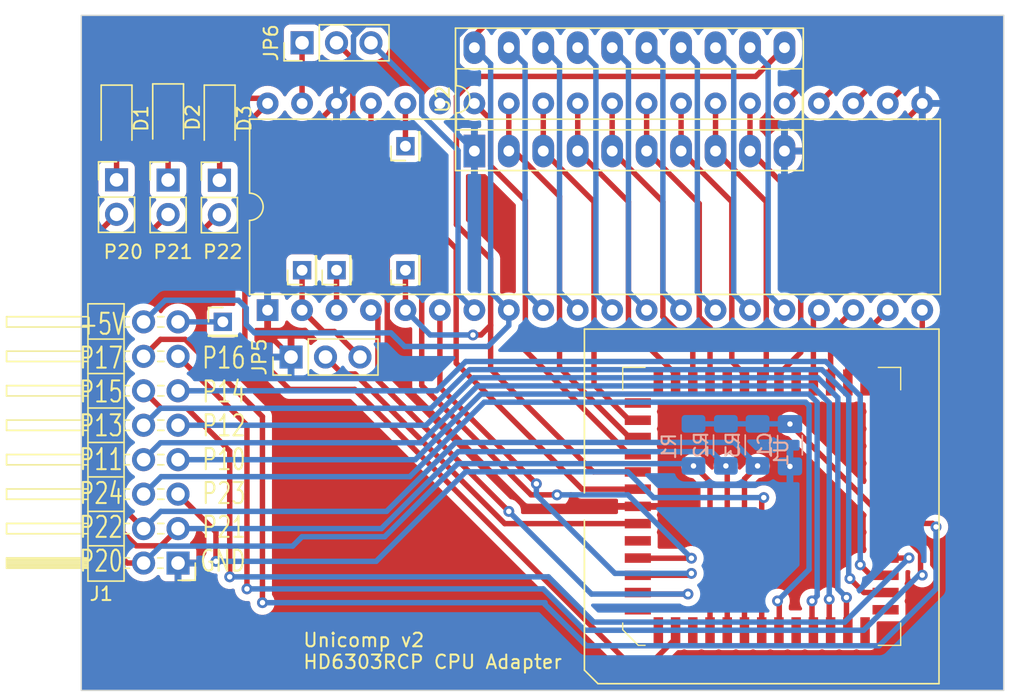
<source format=kicad_pcb>
(kicad_pcb (version 20240108) (generator "pcbnew") (generator_version "8.0")
  (layers (0 "F.Cu" signal) (31 "B.Cu" signal) (34 "B.Paste" user) (35 "F.Paste" user) (36 "B.SilkS" user "B.Silkscreen") (37 "F.SilkS" user "F.Silkscreen") (38 "B.Mask" user) (39 "F.Mask" user) (44 "Edge.Cuts" user))
  (net 0 "")
  (net 1 "+5V")
  (net 2 "GND")
  (net 3 "/P20")
  (net 4 "/P21")
  (net 5 "/P22")
  (net 6 "/~{NMI}")
  (net 7 "/~{IRQ1}")
  (net 8 "/~{RST}")
  (net 9 "/P23")
  (net 10 "/P24")
  (net 11 "/P10")
  (net 12 "/P11")
  (net 13 "/P12")
  (net 14 "/P13")
  (net 15 "/P14")
  (net 16 "/P15")
  (net 17 "/P16")
  (net 18 "/P17")
  (net 19 "/A15")
  (net 20 "/A14")
  (net 21 "/A13")
  (net 22 "/A12")
  (net 23 "/A11")
  (net 24 "/A10")
  (net 25 "/A9")
  (net 26 "/A8")
  (net 27 "/D7")
  (net 28 "/D6")
  (net 29 "/D5")
  (net 30 "/D4")
  (net 31 "/D3")
  (net 32 "/D2")
  (net 33 "/D1")
  (net 34 "/D0")
  (net 35 "/R{slash}~{W}")
  (net 36 "/AS")
  (net 37 "/A0")
  (net 38 "/A1")
  (net 39 "/A2")
  (net 40 "/A3")
  (net 41 "/A4")
  (net 42 "/A5")
  (net 43 "/A6")
  (net 44 "/A7")
  (net 45 "/PHI2")
  (net 46 "/CPUCLK")
  (net 47 "+5C")
  (net 48 "Net-(J1-Pin_15)")
  (net 49 "Net-(D1-A)")
  (net 50 "Net-(D2-A)")
  (net 51 "Net-(D3-A)")
  (net 52 "Net-(J3-Pin_1)")
  (net 53 "Net-(J4-Pin_1)")
  (net 54 "/~{HALT}")
  (net 55 "Net-(JP5-C)")
  (net 56 "Net-(JP6-C)")
  (net 57 "/BA")
  (footprint "Connector_PinHeader_2.54mm:PinHeader_2x08_P2.54mm_Horizontal" (layer "F.Cu") (at 167.132 71.374 180)
    (property "Reference" "J1")
    (property "Value" "Conn_02x08_Odd_Even" (hide yes))
  )
  (footprint "Connector_PinHeader_2.54mm:PinHeader_1x02_P2.54mm_Vertical" (layer "F.Cu") (at 170.18 43.154)
    (property "Reference" "JP3" (hide yes))
    (property "Value" "Mode")
  )
  (footprint "Connector_PinHeader_2.54mm:PinHeader_1x02_P2.54mm_Vertical" (layer "F.Cu") (at 162.6 43.125)
    (property "Reference" "JP1" (hide yes))
    (property "Value" "Mode")
  )
  (footprint "Connector_PinHeader_2.54mm:PinHeader_1x03_P2.54mm_Vertical" (layer "F.Cu") (at 175.4632 56.1848 90)
    (property "Reference" "JP5")
    (property "Value" "HALT/XTAL")
  )
  (footprint "Connector_PinHeader_2.00mm:PinHeader_1x01_P2.00mm_Vertical" (layer "F.Cu") (at 183.896 40.64 90)
    (property "Reference" "J4" (hide yes))
    (property "Value" ".")
  )
  (footprint "Package_DIP:DIP-40_W15.24mm" (layer "F.Cu") (at 173.736 52.7304 90)
    (property "Reference" "U3" (hide yes))
    (property "Value" "MC6802")
  )
  (footprint "Connector_PinHeader_2.54mm:PinHeader_1x02_P2.54mm_Vertical" (layer "F.Cu") (at 166.4 43.139)
    (property "Reference" "JP2" (hide yes))
    (property "Value" "Mode")
  )
  (footprint "Connector_PinHeader_2.00mm:PinHeader_1x01_P2.00mm_Vertical" (layer "F.Cu") (at 170.434 53.594)
    (property "Reference" "J2" (hide yes))
    (property "Value" ".")
  )
  (footprint "Connector_PinHeader_2.00mm:PinHeader_1x01_P2.00mm_Vertical" (layer "F.Cu") (at 176.276 49.784 90)
    (property "Reference" "J5" (hide yes))
    (property "Value" ".")
  )
  (footprint "Connector_PinHeader_2.00mm:PinHeader_1x01_P2.00mm_Vertical" (layer "F.Cu") (at 183.896 49.784 90)
    (property "Reference" "J6" (hide yes))
    (property "Value" ".")
  )
  (footprint "Diode_SMD:D_1206_3216Metric_Pad1.42x1.75mm_HandSolder" (layer "F.Cu") (at 166.4 38.5125 -90)
    (property "Reference" "D2")
    (property "Value" "1N4148")
  )
  (footprint "Connector_PinHeader_2.54mm:PinHeader_1x03_P2.54mm_Vertical" (layer "F.Cu") (at 176.276 33.02 90)
    (property "Reference" "JP6")
    (property "Value" "BA/EXTAL")
  )
  (footprint "Diode_SMD:D_1206_3216Metric_Pad1.42x1.75mm_HandSolder" (layer "F.Cu") (at 170.2 38.6 -90)
    (property "Reference" "D3")
    (property "Value" "1N4148")
  )
  (footprint "Package_DIP:DIP-20_W7.62mm_Socket_LongPads" (layer "F.Cu") (at 188.976 41 90)
    (property "Reference" "U2")
    (property "Value" "74LS573")
  )
  (footprint "Diode_SMD:D_1206_3216Metric_Pad1.42x1.75mm_HandSolder" (layer "F.Cu") (at 162.6 38.6 -90)
    (property "Reference" "D1")
    (property "Value" "1N4148")
  )
  (footprint "Connector_PinHeader_2.00mm:PinHeader_1x01_P2.00mm_Vertical" (layer "F.Cu") (at 178.816 49.784 90)
    (property "Reference" "J3" (hide yes))
    (property "Value" ".")
  )
  (footprint "Package_LCC:PLCC-52_SMD-Socket" (layer "F.Cu") (at 210.1596 67.1969 90)
    (property "Reference" "U1")
    (property "Value" "HD6303RCP")
  )
  (footprint "Capacitor_SMD:C_1206_3216Metric_Pad1.33x1.80mm_HandSolder" (layer "B.Cu") (at 212.2424 62.6872 -90)
    (property "Reference" "C1")
    (property "Value" "100n")
  )
  (footprint "Resistor_SMD:R_1206_3216Metric_Pad1.30x1.75mm_HandSolder" (layer "B.Cu") (at 209.8548 62.6612 -90)
    (property "Reference" "R3")
    (property "Value" "22k")
  )
  (footprint "Resistor_SMD:R_1206_3216Metric_Pad1.30x1.75mm_HandSolder" (layer "B.Cu") (at 205.1304 62.662 -90)
    (property "Reference" "R1")
    (property "Value" "22k")
  )
  (footprint "Resistor_SMD:R_1206_3216Metric_Pad1.30x1.75mm_HandSolder" (layer "B.Cu") (at 207.518 62.6612 -90)
    (property "Reference" "R2")
    (property "Value" "22k")
  )
  (gr_rect (start 160 31) (end 228 80.762) (stroke (width 0.1)) (fill none) (layer "Edge.Cuts"))
  (gr_text "P16\nP14\nP12\nP10\nP23\nP21\nGND" (at 172.212 72.136 0) (layer "F.SilkS") (effects (font (size 1.55 1.1)) (justify right bottom)))
  (gr_text "P20 P21 P22" (at 161.544 49.022 0) (layer "F.SilkS") (effects (font (size 1 1)) (justify left bottom)))
  (gr_text "Unicomp v2\nHD6303RCP CPU Adapter" (at 176.276 79.248 0) (layer "F.SilkS") (effects (font (size 1 1)) (justify left bottom)))
  (gr_text "+5V\nP17\nP15\nP13\nP11\nP24\nP22\nP20" (at 159.766 72.136 0) (layer "F.SilkS") (effects (font (size 1.55 1.1)) (justify left bottom)))
  (segment (start 219.2921 67.1969) (end 218.314626 67.1969) (width 0.4) (layer "F.Cu") (net 1))
  (segment (start 226.06 35.052) (end 222.788 31.78) (width 0.4) (layer "F.Cu") (net 1))
  (segment (start 219.2921 67.1969) (end 221.3471 67.1969) (width 0.4) (layer "F.Cu") (net 1))
  (segment (start 188.976 32.512) (end 188.976 33.38) (width 0.4) (layer "F.Cu") (net 1))
  (segment (start 218.314626 67.1969) (end 212.242426 61.1247) (width 0.4) (layer "F.Cu") (net 1))
  (segment (start 221.3471 67.1969) (end 226.06 62.484) (width 0.4) (layer "F.Cu") (net 1))
  (segment (start 222.788 31.78) (end 189.708 31.78) (width 0.4) (layer "F.Cu") (net 1))
  (segment (start 189.708 31.78) (end 188.976 32.512) (width 0.4) (layer "F.Cu") (net 1))
  (segment (start 226.06 62.484) (end 226.06 35.052) (width 0.4) (layer "F.Cu") (net 1))
  (via (at 212.242426 61.1247) (size 0.8) (drill 0.4) (layers "F.Cu" "B.Cu") (net 1))
  (segment (start 172.1612 53.7972) (end 172.7708 54.4068) (width 0.4) (layer "B.Cu") (net 1))
  (segment (start 190.176 34.58) (end 188.976 33.38) (width 0.4) (layer "B.Cu") (net 1))
  (segment (start 189.96857 55.4092) (end 191.516 53.86177) (width 0.4) (layer "B.Cu") (net 1))
  (segment (start 191.516 53.86177) (end 191.516 52.7304) (width 0.4) (layer "B.Cu") (net 1))
  (segment (start 205.1304 61.112) (end 212.229726 61.112) (width 0.4) (layer "B.Cu") (net 1))
  (segment (start 172.7708 54.4068) (end 182.8292 54.4068) (width 0.4) (layer "B.Cu") (net 1))
  (segment (start 172.1612 52.578) (end 172.1612 53.7972) (width 0.4) (layer "B.Cu") (net 1))
  (segment (start 183.8316 55.4092) (end 189.96857 55.4092) (width 0.4) (layer "B.Cu") (net 1))
  (segment (start 171.5832 52) (end 172.1612 52.578) (width 0.4) (layer "B.Cu") (net 1))
  (segment (start 190.176 51.3904) (end 190.176 34.58) (width 0.4) (layer "B.Cu") (net 1))
  (segment (start 212.229726 61.112) (end 212.242426 61.1247) (width 0.4) (layer "B.Cu") (net 1))
  (segment (start 182.8292 54.4068) (end 183.8316 55.4092) (width 0.4) (layer "B.Cu") (net 1))
  (segment (start 164.592 53.594) (end 166.186 52) (width 0.4) (layer "B.Cu") (net 1))
  (segment (start 166.186 52) (end 171.5832 52) (width 0.4) (layer "B.Cu") (net 1))
  (segment (start 190.176 51.3904) (end 191.516 52.7304) (width 0.4) (layer "B.Cu") (net 1))
  (segment (start 175.2092 41.0972) (end 173.9392 42.3672) (width 0.4) (layer "F.Cu") (net 2))
  (segment (start 178.816 37.4904) (end 175.2092 41.0972) (width 0.4) (layer "F.Cu") (net 2))
  (segment (start 202.6019 67.1969) (end 203.6064 66.1924) (width 0.4) (layer "F.Cu") (net 2))
  (segment (start 211.836 41) (end 218.4864 41) (width 0.4) (layer "F.Cu") (net 2))
  (segment (start 192.6729 67.1969) (end 182.556 57.08) (width 0.4) (layer "F.Cu") (net 2))
  (segment (start 210.6291 62.6364) (end 212.2424 64.2497) (width 0.4) (layer "F.Cu") (net 2))
  (segment (start 203.6064 63.246) (end 204.216 62.6364) (width 0.4) (layer "F.Cu") (net 2))
  (segment (start 201.0271 67.1969) (end 202.6019 67.1969) (width 0.4) (layer "F.Cu") (net 2))
  (segment (start 204.216 62.6364) (end 210.6291 62.6364) (width 0.4) (layer "F.Cu") (net 2))
  (segment (start 203.6064 66.1924) (end 203.6064 63.246) (width 0.4) (layer "F.Cu") (net 2))
  (segment (start 182.556 57.08) (end 182.556 48.444) (width 0.4) (layer "F.Cu") (net 2))
  (segment (start 182.556 48.444) (end 175.2092 41.0972) (width 0.4) (layer "F.Cu") (net 2))
  (segment (start 173.736 42.5704) (end 173.736 52.7304) (width 0.4) (layer "F.Cu") (net 2))
  (segment (start 173.9392 42.3672) (end 173.736 42.5704) (width 0.4) (layer "F.Cu") (net 2))
  (segment (start 218.4864 41) (end 221.996 37.4904) (width 0.4) (layer "F.Cu") (net 2))
  (segment (start 173.736 52.7304) (end 173.736 54.4576) (width 0.4) (layer "F.Cu") (net 2))
  (segment (start 201.0271 67.1969) (end 192.6729 67.1969) (width 0.4) (layer "F.Cu") (net 2))
  (segment (start 173.736 54.4576) (end 175.4632 56.1848) (width 0.4) (layer "F.Cu") (net 2))
  (via (at 212.2424 64.2497) (size 0.8) (drill 0.4) (layers "F.Cu" "B.Cu") (net 2))
  (segment (start 217.9828 31.6992) (end 221.996 35.7124) (width 0.4) (layer "B.Cu") (net 2))
  (segment (start 180.066 32.542233) (end 180.066 36.2404) (width 0.4) (layer "B.Cu") (net 2))
  (segment (start 180.066 36.2404) (end 178.816 37.4904) (width 0.4) (layer "B.Cu") (net 2))
  (segment (start 180.909033 31.6992) (end 180.066 32.542233) (width 0.4) (layer "B.Cu") (net 2))
  (segment (start 188.559744 31.6992) (end 217.9828 31.6992) (width 0.4) (layer "B.Cu") (net 2))
  (segment (start 188.976 41) (end 187.706 39.73) (width 0.4) (layer "B.Cu") (net 2))
  (segment (start 188.559744 31.6992) (end 180.909033 31.6992) (width 0.4) (layer "B.Cu") (net 2))
  (segment (start 187.706 39.73) (end 187.706 32.552944) (width 0.4) (layer "B.Cu") (net 2))
  (segment (start 221.996 35.7124) (end 221.996 37.4904) (width 0.4) (layer "B.Cu") (net 2))
  (segment (start 187.706 32.552944) (end 188.559744 31.6992) (width 0.4) (layer "B.Cu") (net 2))
  (segment (start 206.3496 76.3294) (end 206.3496 65.3796) (width 0.4) (layer "F.Cu") (net 3))
  (segment (start 162.6 45.665) (end 161.614 46.651) (width 0.4) (layer "F.Cu") (net 3))
  (segment (start 161.614 46.651) (end 161.614 69.598081) (width 0.4) (layer "F.Cu") (net 3))
  (segment (start 161.614 69.598081) (end 163.389919 71.374) (width 0.4) (layer "F.Cu") (net 3))
  (segment (start 163.389919 71.374) (end 164.592 71.374) (width 0.4) (layer "F.Cu") (net 3))
  (segment (start 206.3496 65.3796) (end 205.182 64.212) (width 0.4) (layer "F.Cu") (net 3))
  (segment (start 205.182 64.212) (end 205.1304 64.212) (width 0.4) (layer "F.Cu") (net 3))
  (via (at 205.1304 64.212) (size 0.8) (drill 0.4) (layers "F.Cu" "B.Cu") (net 3))
  (segment (start 204.9653 64.0469) (end 205.1304 64.212) (width 0.4) (layer "B.Cu") (net 3))
  (segment (start 187.753628 64.0469) (end 204.9653 64.0469) (width 0.4) (layer "B.Cu") (net 3))
  (segment (start 182.366528 69.434) (end 187.753628 64.0469) (width 0.4) (layer "B.Cu") (net 3))
  (segment (start 176.270528 69.434) (end 182.366528 69.434) (width 0.4) (layer "B.Cu") (net 3))
  (segment (start 164.592 71.374) (end 165.842 70.124) (width 0.4) (layer "B.Cu") (net 3))
  (segment (start 165.842 70.124) (end 175.580528 70.124) (width 0.4) (layer "B.Cu") (net 3))
  (segment (start 175.580528 70.124) (end 176.270528 69.434) (width 0.4) (layer "B.Cu") (net 3))
  (segment (start 163.044616 69.094383) (end 164.054233 70.104) (width 0.4) (layer "F.Cu") (net 4))
  (segment (start 164.054233 70.104) (end 165.862 70.104) (width 0.4) (layer "F.Cu") (net 4))
  (segment (start 166.4 45.679) (end 162.214 49.865) (width 0.4) (layer "F.Cu") (net 4))
  (segment (start 207.6196 76.3294) (end 207.6196 64.3128) (width 0.4) (layer "F.Cu") (net 4))
  (segment (start 162.214 67.304528) (end 163.044616 68.135144) (width 0.4) (layer "F.Cu") (net 4))
  (segment (start 163.044616 68.135144) (end 163.044616 69.094383) (width 0.4) (layer "F.Cu") (net 4))
  (segment (start 162.214 49.865) (end 162.214 67.304528) (width 0.4) (layer "F.Cu") (net 4))
  (segment (start 165.862 70.104) (end 167.132 68.834) (width 0.4) (layer "F.Cu") (net 4))
  (segment (start 207.6196 64.3128) (end 207.518 64.2112) (width 0.4) (layer "F.Cu") (net 4))
  (via (at 207.518 64.2112) (size 0.8) (drill 0.4) (layers "F.Cu" "B.Cu") (net 4))
  (segment (start 206.4688 63.162) (end 207.518 64.2112) (width 0.4) (layer "B.Cu") (net 4))
  (segment (start 182.118 68.834) (end 187.79 63.162) (width 0.4) (layer "B.Cu") (net 4))
  (segment (start 167.132 68.834) (end 182.118 68.834) (width 0.4) (layer "B.Cu") (net 4))
  (segment (start 187.79 63.162) (end 206.4688 63.162) (width 0.4) (layer "B.Cu") (net 4))
  (segment (start 162.814 52.986) (end 170.106 45.694) (width 0.4) (layer "F.Cu") (net 5))
  (segment (start 208.8896 65.1764) (end 209.8548 64.2112) (width 0.4) (layer "F.Cu") (net 5))
  (segment (start 162.814 67.056) (end 162.814 52.986) (width 0.4) (layer "F.Cu") (net 5))
  (segment (start 208.8896 76.3294) (end 208.8896 65.1764) (width 0.4) (layer "F.Cu") (net 5))
  (segment (start 164.592 68.834) (end 162.814 67.056) (width 0.4) (layer "F.Cu") (net 5))
  (via (at 209.8548 64.2112) (size 0.8) (drill 0.4) (layers "F.Cu" "B.Cu") (net 5))
  (segment (start 164.592 68.834) (end 165.862 67.564) (width 0.4) (layer "B.Cu") (net 5))
  (segment (start 208.1276 62.484) (end 209.8548 64.2112) (width 0.4) (layer "B.Cu") (net 5))
  (segment (start 182.504584 67.564) (end 187.584584 62.484) (width 0.4) (layer "B.Cu") (net 5))
  (segment (start 165.862 67.564) (end 182.504584 67.564) (width 0.4) (layer "B.Cu") (net 5))
  (segment (start 187.584584 62.484) (end 208.1276 62.484) (width 0.4) (layer "B.Cu") (net 5))
  (segment (start 186.436 52.7304) (end 186.436 58.42) (width 0.4) (layer "F.Cu") (net 6))
  (segment (start 204.8371 72.2769) (end 201.0271 72.2769) (width 0.4) (layer "F.Cu") (net 6))
  (segment (start 186.436 58.42) (end 193.548 65.532) (width 0.4) (layer "F.Cu") (net 6))
  (segment (start 204.978 72.136) (end 204.8371 72.2769) (width 0.4) (layer "F.Cu") (net 6))
  (via (at 193.548 65.532) (size 0.8) (drill 0.4) (layers "F.Cu" "B.Cu") (net 6))
  (via (at 204.978 72.136) (size 0.8) (drill 0.4) (layers "F.Cu" "B.Cu") (net 6))
  (segment (start 199.3392 72.136) (end 193.548 66.3448) (width 0.4) (layer "B.Cu") (net 6))
  (segment (start 193.548 66.3448) (end 193.548 65.532) (width 0.4) (layer "B.Cu") (net 6))
  (segment (start 204.978 72.136) (end 199.3392 72.136) (width 0.4) (layer "B.Cu") (net 6))
  (segment (start 204.724 73.66) (end 201.1402 73.66) (width 0.4) (layer "F.Cu") (net 7))
  (segment (start 181.356 52.7304) (end 181.864 53.2384) (width 0.4) (layer "F.Cu") (net 7))
  (segment (start 201.1402 73.66) (end 201.0271 73.5469) (width 0.4) (layer "F.Cu") (net 7))
  (segment (start 181.864 57.912) (end 191.516 67.564) (width 0.4) (layer "F.Cu") (net 7))
  (segment (start 181.864 53.2384) (end 181.864 57.912) (width 0.4) (layer "F.Cu") (net 7))
  (via (at 191.516 67.564) (size 0.8) (drill 0.4) (layers "F.Cu" "B.Cu") (net 7))
  (via (at 204.724 73.66) (size 0.8) (drill 0.4) (layers "F.Cu" "B.Cu") (net 7))
  (segment (start 204.724 73.66) (end 197.612 73.66) (width 0.4) (layer "B.Cu") (net 7))
  (segment (start 197.612 73.66) (end 191.516 67.564) (width 0.4) (layer "B.Cu") (net 7))
  (segment (start 202.2515 78.5) (end 203.8096 76.9419) (width 0.4) (layer "F.Cu") (net 8))
  (segment (start 172.0596 39.1668) (end 172.0596 55.2812) (width 0.4) (layer "F.Cu") (net 8))
  (segment (start 170.2 37.1125) (end 173.3581 37.1125) (width 0.4) (layer "F.Cu") (net 8))
  (segment (start 175.3508 58.5724) (end 180.151872 58.5724) (width 0.4) (layer "F.Cu") (net 8))
  (segment (start 200.079472 78.5) (end 202.2515 78.5) (width 0.4) (layer "F.Cu") (net 8))
  (segment (start 173.736 37.4904) (end 172.0596 39.1668) (width 0.4) (layer "F.Cu") (net 8))
  (segment (start 162.6 37.1125) (end 170.2 37.1125) (width 0.4) (layer "F.Cu") (net 8))
  (segment (start 203.8096 76.9419) (end 203.8096 76.3294) (width 0.4) (layer "F.Cu") (net 8))
  (segment (start 180.151872 58.5724) (end 200.079472 78.5) (width 0.4) (layer "F.Cu") (net 8))
  (segment (start 172.0596 55.2812) (end 175.3508 58.5724) (width 0.4) (layer "F.Cu") (net 8))
  (segment (start 167.132 66.294) (end 169.926 69.088) (width 0.4) (layer "F.Cu") (net 9))
  (segment (start 210.1596 76.3294) (end 210.1596 66.7004) (width 0.4) (layer "F.Cu") (net 9))
  (segment (start 210.1596 66.7004) (end 210.312 66.548) (width 0.4) (layer "F.Cu") (net 9))
  (segment (start 169.926 69.088) (end 169.926 71.247) (width 0.4) (layer "F.Cu") (net 9))
  (via (at 210.312 66.548) (size 0.8) (drill 0.4) (layers "F.Cu" "B.Cu") (net 9))
  (via (at 169.926 71.247) (size 0.8) (drill 0.4) (layers "F.Cu" "B.Cu") (net 9))
  (segment (start 188.3371 64.6469) (end 186.680695 66.303305) (width 0.4) (layer "B.Cu") (net 9))
  (segment (start 200.2829 64.6469) (end 188.3371 64.6469) (width 0.4) (layer "B.Cu") (net 9))
  (segment (start 210.312 66.548) (end 202.184 66.548) (width 0.4) (layer "B.Cu") (net 9))
  (segment (start 202.184 66.548) (end 200.2829 64.6469) (width 0.4) (layer "B.Cu") (net 9))
  (segment (start 181.737 71.247) (end 186.680695 66.303305) (width 0.4) (layer "B.Cu") (net 9))
  (segment (start 169.926 71.247) (end 181.737 71.247) (width 0.4) (layer "B.Cu") (net 9))
  (segment (start 211.328 74.168) (end 211.455 74.295) (width 0.4) (layer "F.Cu") (net 10))
  (segment (start 211.455 74.295) (end 211.455 76.304) (width 0.4) (layer "F.Cu") (net 10))
  (segment (start 211.455 76.304) (end 211.4296 76.3294) (width 0.4) (layer "F.Cu") (net 10))
  (via (at 211.328 74.168) (size 0.8) (drill 0.4) (layers "F.Cu" "B.Cu") (net 10))
  (segment (start 213.649 59.771056) (end 213.649 71.847) (width 0.4) (layer "B.Cu") (net 10))
  (segment (start 213.392944 59.515) (end 213.649 59.771056) (width 0.4) (layer "B.Cu") (net 10))
  (segment (start 213.649 71.847) (end 211.328 74.168) (width 0.4) (layer "B.Cu") (net 10))
  (segment (start 189.705056 59.515) (end 213.392944 59.515) (width 0.4) (layer "B.Cu") (net 10))
  (segment (start 165.882 65.004) (end 184.216056 65.004) (width 0.4) (layer "B.Cu") (net 10))
  (segment (start 164.592 66.294) (end 165.882 65.004) (width 0.4) (layer "B.Cu") (net 10))
  (segment (start 184.216056 65.004) (end 189.705056 59.515) (width 0.4) (layer "B.Cu") (net 10))
  (segment (start 213.868 76.2278) (end 213.9696 76.3294) (width 0.4) (layer "F.Cu") (net 11))
  (segment (start 213.868 74.168) (end 213.868 76.2278) (width 0.4) (layer "F.Cu") (net 11))
  (via (at 213.868 74.168) (size 0.8) (drill 0.4) (layers "F.Cu" "B.Cu") (net 11))
  (segment (start 213.641472 58.915) (end 214.249 59.522528) (width 0.4) (layer "B.Cu") (net 11))
  (segment (start 214.249 73.787) (end 213.868 74.168) (width 0.4) (layer "B.Cu") (net 11))
  (segment (start 167.132 63.754) (end 184.617528 63.754) (width 0.4) (layer "B.Cu") (net 11))
  (segment (start 189.456528 58.915) (end 213.641472 58.915) (width 0.4) (layer "B.Cu") (net 11))
  (segment (start 184.617528 63.754) (end 189.456528 58.915) (width 0.4) (layer "B.Cu") (net 11))
  (segment (start 214.249 59.522528) (end 214.249 73.787) (width 0.4) (layer "B.Cu") (net 11))
  (segment (start 215.138 74.041) (end 215.138 76.2278) (width 0.4) (layer "F.Cu") (net 12))
  (segment (start 215.138 76.2278) (end 215.2396 76.3294) (width 0.4) (layer "F.Cu") (net 12))
  (via (at 215.138 74.041) (size 0.8) (drill 0.4) (layers "F.Cu" "B.Cu") (net 12))
  (segment (start 164.592 63.754) (end 165.842 62.504) (width 0.4) (layer "B.Cu") (net 12))
  (segment (start 213.89 58.315) (end 215.138 59.563) (width 0.4) (layer "B.Cu") (net 12))
  (segment (start 185.019 62.504) (end 189.208 58.315) (width 0.4) (layer "B.Cu") (net 12))
  (segment (start 215.138 59.563) (end 215.138 74.041) (width 0.4) (layer "B.Cu") (net 12))
  (segment (start 189.208 58.315) (end 213.89 58.315) (width 0.4) (layer "B.Cu") (net 12))
  (segment (start 165.842 62.504) (end 185.019 62.504) (width 0.4) (layer "B.Cu") (net 12))
  (segment (start 216.408 76.2278) (end 216.5096 76.3294) (width 0.4) (layer "F.Cu") (net 13))
  (segment (start 216.408 73.914) (end 216.408 76.2278) (width 0.4) (layer "F.Cu") (net 13))
  (via (at 216.408 73.914) (size 0.8) (drill 0.4) (layers "F.Cu" "B.Cu") (net 13))
  (segment (start 215.773 73.279) (end 216.408 73.914) (width 0.4) (layer "B.Cu") (net 13))
  (segment (start 185.42 61.214) (end 188.919 57.715) (width 0.4) (layer "B.Cu") (net 13))
  (segment (start 214.306 57.715) (end 215.773 59.182) (width 0.4) (layer "B.Cu") (net 13))
  (segment (start 215.773 59.182) (end 215.773 73.279) (width 0.4) (layer "B.Cu") (net 13))
  (segment (start 167.132 61.214) (end 185.42 61.214) (width 0.4) (layer "B.Cu") (net 13))
  (segment (start 188.919 57.715) (end 214.306 57.715) (width 0.4) (layer "B.Cu") (net 13))
  (segment (start 216.662 72.517) (end 217.6919 73.5469) (width 0.4) (layer "F.Cu") (net 14))
  (segment (start 217.6919 73.5469) (end 219.2921 73.5469) (width 0.4) (layer "F.Cu") (net 14))
  (via (at 216.662 72.517) (size 0.8) (drill 0.4) (layers "F.Cu" "B.Cu") (net 14))
  (segment (start 216.574 59.094) (end 216.574 72.429) (width 0.4) (layer "B.Cu") (net 14))
  (segment (start 216.574 72.429) (end 216.662 72.517) (width 0.4) (layer "B.Cu") (net 14))
  (segment (start 165.842 59.964) (end 185.781 59.964) (width 0.4) (layer "B.Cu") (net 14))
  (segment (start 214.595 57.115) (end 216.574 59.094) (width 0.4) (layer "B.Cu") (net 14))
  (segment (start 188.63 57.115) (end 214.595 57.115) (width 0.4) (layer "B.Cu") (net 14))
  (segment (start 164.592 61.214) (end 165.842 59.964) (width 0.4) (layer "B.Cu") (net 14))
  (segment (start 185.781 59.964) (end 188.63 57.115) (width 0.4) (layer "B.Cu") (net 14))
  (segment (start 217.424 71.501) (end 218.1999 72.2769) (width 0.4) (layer "F.Cu") (net 15))
  (segment (start 218.1999 72.2769) (end 219.2921 72.2769) (width 0.4) (layer "F.Cu") (net 15))
  (via (at 217.424 71.501) (size 0.8) (drill 0.4) (layers "F.Cu" "B.Cu") (net 15))
  (segment (start 186.182 58.674) (end 188.341 56.515) (width 0.4) (layer "B.Cu") (net 15))
  (segment (start 188.341 56.515) (end 214.884 56.515) (width 0.4) (layer "B.Cu") (net 15))
  (segment (start 214.884 56.515) (end 217.424 59.055) (width 0.4) (layer "B.Cu") (net 15))
  (segment (start 217.424 59.055) (end 217.424 71.501) (width 0.4) (layer "B.Cu") (net 15))
  (segment (start 167.132 58.674) (end 186.182 58.674) (width 0.4) (layer "B.Cu") (net 15))
  (segment (start 219.2921 71.0069) (end 221.0051 71.0069) (width 0.4) (layer "F.Cu") (net 16))
  (segment (start 164.592 58.674) (end 165.882 59.964) (width 0.4) (layer "F.Cu") (net 16))
  (segment (start 165.882 59.964) (end 167.787 59.964) (width 0.4) (layer "F.Cu") (net 16))
  (segment (start 221.0051 71.0069) (end 221.019 70.993) (width 0.4) (layer "F.Cu") (net 16))
  (segment (start 170.942 63.119) (end 170.942 72.39) (width 0.4) (layer "F.Cu") (net 16))
  (segment (start 167.787 59.964) (end 170.942 63.119) (width 0.4) (layer "F.Cu") (net 16))
  (via (at 170.942 72.39) (size 0.8) (drill 0.4) (layers "F.Cu" "B.Cu") (net 16))
  (via (at 221.019 70.993) (size 0.8) (drill 0.4) (layers "F.Cu" "B.Cu") (net 16))
  (segment (start 170.942 72.39) (end 194.437 72.39) (width 0.4) (layer "B.Cu") (net 16))
  (segment (start 194.437 72.39) (end 197.774 75.727) (width 0.4) (layer "B.Cu") (net 16))
  (segment (start 216.285 75.727) (end 221.019 70.993) (width 0.4) (layer "B.Cu") (net 16))
  (segment (start 197.774 75.727) (end 216.285 75.727) (width 0.4) (layer "B.Cu") (net 16))
  (segment (start 219.2921 69.7369) (end 220.9939 69.7369) (width 0.4) (layer "F.Cu") (net 17))
  (segment (start 172.212 73.279) (end 172.212 61.214) (width 0.4) (layer "F.Cu") (net 17))
  (segment (start 172.212 61.214) (end 167.132 56.134) (width 0.4) (layer "F.Cu") (net 17))
  (segment (start 220.9939 69.7369) (end 221.869 70.612) (width 0.4) (layer "F.Cu") (net 17))
  (segment (start 221.869 70.612) (end 221.869 72.136) (width 0.4) (layer "F.Cu") (net 17))
  (segment (start 221.869 72.136) (end 221.996 72.263) (width 0.4) (layer "F.Cu") (net 17))
  (via (at 172.212 73.279) (size 0.8) (drill 0.4) (layers "F.Cu" "B.Cu") (net 17))
  (via (at 221.996 72.263) (size 0.8) (drill 0.4) (layers "F.Cu" "B.Cu") (net 17))
  (segment (start 194.056 73.279) (end 172.212 73.279) (width 0.4) (layer "B.Cu") (net 17))
  (segment (start 217.678 76.327) (end 197.104 76.327) (width 0.4) (layer "B.Cu") (net 17))
  (segment (start 221.996 72.263) (end 221.742 72.263) (width 0.4) (layer "B.Cu") (net 17))
  (segment (start 197.104 76.327) (end 194.056 73.279) (width 0.4) (layer "B.Cu") (net 17))
  (segment (start 221.742 72.263) (end 217.678 76.327) (width 0.4) (layer "B.Cu") (net 17))
  (segment (start 167.66 54.884) (end 173.355 60.579) (width 0.4) (layer "F.Cu") (net 18))
  (segment (start 223.012 68.707) (end 222.758 68.453) (width 0.4) (layer "F.Cu") (net 18))
  (segment (start 165.842 54.884) (end 167.66 54.884) (width 0.4) (layer "F.Cu") (net 18))
  (segment (start 173.355 60.579) (end 173.355 74.295) (width 0.4) (layer "F.Cu") (net 18))
  (segment (start 164.592 56.134) (end 165.842 54.884) (width 0.4) (layer "F.Cu") (net 18))
  (segment (start 219.306 68.453) (end 219.2921 68.4669) (width 0.4) (layer "F.Cu") (net 18))
  (segment (start 222.758 68.453) (end 219.306 68.453) (width 0.4) (layer "F.Cu") (net 18))
  (via (at 223.012 68.707) (size 0.8) (drill 0.4) (layers "F.Cu" "B.Cu") (net 18))
  (via (at 173.355 74.295) (size 0.8) (drill 0.4) (layers "F.Cu" "B.Cu") (net 18))
  (segment (start 223.012 73.279) (end 223.012 68.707) (width 0.4) (layer "B.Cu") (net 18))
  (segment (start 194.183 74.422) (end 197.231 77.47) (width 0.4) (layer "B.Cu") (net 18))
  (segment (start 173.355 74.295) (end 194.183 74.295) (width 0.4) (layer "B.Cu") (net 18))
  (segment (start 194.183 74.295) (end 194.183 74.422) (width 0.4) (layer "B.Cu") (net 18))
  (segment (start 197.231 77.47) (end 218.821 77.47) (width 0.4) (layer "B.Cu") (net 18))
  (segment (start 218.821 77.47) (end 223.012 73.279) (width 0.4) (layer "B.Cu") (net 18))
  (segment (start 219.2921 65.9269) (end 221.2455 65.9269) (width 0.4) (layer "F.Cu") (net 19))
  (segment (start 215.2396 34.0868) (end 211.836 37.4904) (width 0.4) (layer "F.Cu") (net 19))
  (segment (start 225.3996 35.6108) (end 223.8756 34.0868) (width 0.4) (layer "F.Cu") (net 19))
  (segment (start 221.2455 65.9269) (end 225.3996 61.7728) (width 0.4) (layer "F.Cu") (net 19))
  (segment (start 223.8756 34.0868) (end 215.2396 34.0868) (width 0.4) (layer "F.Cu") (net 19))
  (segment (start 225.3996 61.7728) (end 225.3996 35.6108) (width 0.4) (layer "F.Cu") (net 19))
  (segment (start 221.3471 64.6569) (end 224.72 61.284) (width 0.4) (layer "F.Cu") (net 20))
  (segment (start 219.2921 64.6569) (end 221.3471 64.6569) (width 0.4) (layer "F.Cu") (net 20))
  (segment (start 224.72 61.284) (end 224.72 35.8964) (width 0.4) (layer "F.Cu") (net 20))
  (segment (start 224.72 35.8964) (end 223.52 34.6964) (width 0.4) (layer "F.Cu") (net 20))
  (segment (start 217.17 34.6964) (end 214.376 37.4904) (width 0.4) (layer "F.Cu") (net 20))
  (segment (start 223.52 34.6964) (end 217.17 34.6964) (width 0.4) (layer "F.Cu") (net 20))
  (segment (start 216.916 37.4904) (end 219.0496 35.3568) (width 0.4) (layer "F.Cu") (net 21))
  (segment (start 224.12 36.429072) (end 224.12 60.3092) (width 0.4) (layer "F.Cu") (net 21))
  (segment (start 219.0496 35.3568) (end 223.047728 35.3568) (width 0.4) (layer "F.Cu") (net 21))
  (segment (start 224.12 60.3092) (end 221.0423 63.3869) (width 0.4) (layer "F.Cu") (net 21))
  (segment (start 221.0423 63.3869) (end 219.2921 63.3869) (width 0.4) (layer "F.Cu") (net 21))
  (segment (start 223.047728 35.3568) (end 224.12 36.429072) (width 0.4) (layer "F.Cu") (net 21))
  (segment (start 219.2921 62.1169) (end 220.9915 62.1169) (width 0.4) (layer "F.Cu") (net 22))
  (segment (start 223.52 59.5884) (end 223.52 36.6776) (width 0.4) (layer "F.Cu") (net 22))
  (segment (start 222.7992 35.9568) (end 220.9896 35.9568) (width 0.4) (layer "F.Cu") (net 22))
  (segment (start 223.52 36.6776) (end 222.7992 35.9568) (width 0.4) (layer "F.Cu") (net 22))
  (segment (start 220.9896 35.9568) (end 219.456 37.4904) (width 0.4) (layer "F.Cu") (net 22))
  (segment (start 220.9915 62.1169) (end 223.52 59.5884) (width 0.4) (layer "F.Cu") (net 22))
  (segment (start 221.0423 60.8469) (end 221.996 59.8932) (width 0.4) (layer "F.Cu") (net 23))
  (segment (start 219.2921 60.8469) (end 221.0423 60.8469) (width 0.4) (layer "F.Cu") (net 23))
  (segment (start 221.996 59.8932) (end 221.996 52.7304) (width 0.4) (layer "F.Cu") (net 23))
  (segment (start 216.5096 55.6768) (end 219.456 52.7304) (width 0.4) (layer "F.Cu") (net 24))
  (segment (start 216.5096 58.0644) (end 216.5096 55.6768) (width 0.4) (layer "F.Cu") (net 24))
  (segment (start 215.2396 54.4068) (end 216.916 52.7304) (width 0.4) (layer "F.Cu") (net 25))
  (segment (start 215.2396 58.0644) (end 215.2396 54.4068) (width 0.4) (layer "F.Cu") (net 25))
  (segment (start 213.9696 58.0644) (end 213.9696 53.1368) (width 0.4) (layer "F.Cu") (net 26))
  (segment (start 213.9696 53.1368) (end 214.376 52.7304) (width 0.4) (layer "F.Cu") (net 26))
  (segment (start 211.4296 58.0644) (end 211.4296 57.4519) (width 0.4) (layer "F.Cu") (net 27))
  (segment (start 213.036 55.8455) (end 213.036 44.74) (width 0.4) (layer "F.Cu") (net 27))
  (segment (start 213.036 44.74) (end 209.296 41) (width 0.4) (layer "F.Cu") (net 27))
  (segment (start 209.296 37.4904) (end 209.296 41) (width 0.4) (layer "F.Cu") (net 27))
  (segment (start 211.4296 57.4519) (end 213.036 55.8455) (width 0.4) (layer "F.Cu") (net 27))
  (segment (start 210.496 44.74) (end 206.756 41) (width 0.4) (layer "F.Cu") (net 28))
  (segment (start 206.756 37.4904) (end 206.756 41) (width 0.4) (layer "F.Cu") (net 28))
  (segment (start 210.1596 58.0644) (end 210.496 57.728) (width 0.4) (layer "F.Cu") (net 28))
  (segment (start 210.496 57.728) (end 210.496 44.74) (width 0.4) (layer "F.Cu") (net 28))
  (segment (start 207.956 56.5183) (end 207.956 44.74) (width 0.4) (layer "F.Cu") (net 29))
  (segment (start 204.216 37.4904) (end 204.216 41) (width 0.4) (layer "F.Cu") (net 29))
  (segment (start 208.8896 58.0644) (end 208.8896 57.4519) (width 0.4) (layer "F.Cu") (net 29))
  (segment (start 207.956 44.74) (end 204.216 41) (width 0.4) (layer "F.Cu") (net 29))
  (segment (start 208.8896 57.4519) (end 207.956 56.5183) (width 0.4) (layer "F.Cu") (net 29))
  (segment (start 206.3496 54.021057) (end 205.556 53.227457) (width 0.4) (layer "F.Cu") (net 30))
  (segment (start 201.676 37.4904) (end 201.676 41) (width 0.4) (layer "F.Cu") (net 30))
  (segment (start 205.556 53.227457) (end 205.556 44.88) (width 0.4) (layer "F.Cu") (net 30))
  (segment (start 206.3496 58.0644) (end 206.3496 54.021057) (width 0.4) (layer "F.Cu") (net 30))
  (segment (start 205.556 44.88) (end 201.676 41) (width 0.4) (layer "F.Cu") (net 30))
  (segment (start 205.0796 58.0644) (end 205.0796 55.4228) (width 0.4) (layer "F.Cu") (net 31))
  (segment (start 202.876 44.74) (end 199.136 41) (width 0.4) (layer "F.Cu") (net 31))
  (segment (start 205.0796 55.4228) (end 202.876 53.2192) (width 0.4) (layer "F.Cu") (net 31))
  (segment (start 199.136 37.4904) (end 199.136 41) (width 0.4) (layer "F.Cu") (net 31))
  (segment (start 202.876 53.2192) (end 202.876 44.74) (width 0.4) (layer "F.Cu") (net 31))
  (segment (start 200.336 53.9783) (end 200.336 44.74) (width 0.4) (layer "F.Cu") (net 32))
  (segment (start 203.8096 58.0644) (end 203.8096 57.4519) (width 0.4) (layer "F.Cu") (net 32))
  (segment (start 203.8096 57.4519) (end 200.336 53.9783) (width 0.4) (layer "F.Cu") (net 32))
  (segment (start 196.596 37.4904) (end 196.596 41) (width 0.4) (layer "F.Cu") (net 32))
  (segment (start 200.336 44.74) (end 196.596 41) (width 0.4) (layer "F.Cu") (net 32))
  (segment (start 197.796 58.2283) (end 197.796 44.74) (width 0.4) (layer "F.Cu") (net 33))
  (segment (start 200.4146 60.8469) (end 197.796 58.2283) (width 0.4) (layer "F.Cu") (net 33))
  (segment (start 201.0271 60.8469) (end 200.4146 60.8469) (width 0.4) (layer "F.Cu") (net 33))
  (segment (start 194.056 41) (end 194.056 37.4904) (width 0.4) (layer "F.Cu") (net 33))
  (segment (start 197.796 44.74) (end 194.056 41) (width 0.4) (layer "F.Cu") (net 33))
  (segment (start 195.256 44.34) (end 191.916 41) (width 0.4) (layer "F.Cu") (net 34))
  (segment (start 200.4146 62.1169) (end 195.256 56.9583) (width 0.4) (layer "F.Cu") (net 34))
  (segment (start 191.516 37.4904) (end 191.516 41) (width 0.4) (layer "F.Cu") (net 34))
  (segment (start 195.256 56.9583) (end 195.256 44.34) (width 0.4) (layer "F.Cu") (net 34))
  (segment (start 191.916 41) (end 191.516 41) (width 0.4) (layer "F.Cu") (net 34))
  (segment (start 201.0271 62.1169) (end 200.4146 62.1169) (width 0.4) (layer "F.Cu") (net 34))
  (segment (start 201.0271 63.3869) (end 200.4146 63.3869) (width 0.4) (layer "F.Cu") (net 35))
  (segment (start 200.4146 63.3869) (end 192.7352 55.7075) (width 0.4) (layer "F.Cu") (net 35))
  (segment (start 190.176 42.094) (end 190.176 38.6904) (width 0.4) (layer "F.Cu") (net 35))
  (segment (start 192.7352 44.6532) (end 190.176 42.094) (width 0.4) (layer "F.Cu") (net 35))
  (segment (start 190.176 38.6904) (end 188.976 37.4904) (width 0.4) (layer "F.Cu") (net 35))
  (segment (start 192.7352 55.7075) (end 192.7352 44.6532) (width 0.4) (layer "F.Cu") (net 35))
  (segment (start 189.129343 35.5) (end 187.6552 36.974143) (width 0.4) (layer "F.Cu") (net 36))
  (segment (start 197.7529 64.6569) (end 201.0271 64.6569) (width 0.4) (layer "F.Cu") (net 36))
  (segment (start 187.6552 36.974143) (end 187.6552 46.4312) (width 0.4) (layer "F.Cu") (net 36))
  (segment (start 211.836 33.38) (end 209.716 35.5) (width 0.4) (layer "F.Cu") (net 36))
  (segment (start 183.896 49.784) (end 183.896 52.7304) (width 0.4) (layer "F.Cu") (net 36))
  (segment (start 190.176 48.952) (end 190.176 53.848) (width 0.4) (layer "F.Cu") (net 36))
  (segment (start 187.6552 46.4312) (end 190.176 48.952) (width 0.4) (layer "F.Cu") (net 36))
  (segment (start 188.8744 54.5592) (end 189.4648 54.5592) (width 0.4) (layer "F.Cu") (net 36))
  (segment (start 190.176 53.848) (end 190.176 57.08) (width 0.4) (layer "F.Cu") (net 36))
  (segment (start 190.176 57.08) (end 197.7529 64.6569) (width 0.4) (layer "F.Cu") (net 36))
  (segment (start 209.716 35.5) (end 189.129343 35.5) (width 0.4) (layer "F.Cu") (net 36))
  (segment (start 189.4648 54.5592) (end 190.176 53.848) (width 0.4) (layer "F.Cu") (net 36))
  (via (at 188.8744 54.5592) (size 0.8) (drill 0.4) (layers "F.Cu" "B.Cu") (net 36))
  (segment (start 183.896 52.7304) (end 185.7248 54.5592) (width 0.4) (layer "B.Cu") (net 36))
  (segment (start 185.7248 54.5592) (end 188.8744 54.5592) (width 0.4) (layer "B.Cu") (net 36))
  (segment (start 192.716 51.3904) (end 194.056 52.7304) (width 0.4) (layer "B.Cu") (net 37))
  (segment (start 192.716 51.3904) (end 192.716 34.58) (width 0.4) (layer "B.Cu") (net 37))
  (segment (start 192.716 34.58) (end 191.516 33.38) (width 0.4) (layer "B.Cu") (net 37))
  (segment (start 195.256 34.58) (end 194.056 33.38) (width 0.4) (layer "B.Cu") (net 38))
  (segment (start 195.256 51.3904) (end 196.596 52.7304) (width 0.4) (layer "B.Cu") (net 38))
  (segment (start 195.256 51.3904) (end 195.256 34.58) (width 0.4) (layer "B.Cu") (net 38))
  (segment (start 197.936 51.5304) (end 199.136 52.7304) (width 0.4) (layer "B.Cu") (net 39))
  (segment (start 197.936 51.5304) (end 197.936 34.72) (width 0.4) (layer "B.Cu") (net 39))
  (segment (start 197.936 34.72) (end 196.596 33.38) (width 0.4) (layer "B.Cu") (net 39))
  (segment (start 200.336 34.58) (end 200.336 51.3904) (width 0.4) (layer "B.Cu") (net 40))
  (segment (start 199.136 33.38) (end 200.336 34.58) (width 0.4) (layer "B.Cu") (net 40))
  (segment (start 200.336 51.3904) (end 201.676 52.7304) (width 0.4) (layer "B.Cu") (net 40))
  (segment (start 202.876 51.3904) (end 204.216 52.7304) (width 0.4) (layer "B.Cu") (net 41))
  (segment (start 202.876 51.3904) (end 202.876 34.58) (width 0.4) (layer "B.Cu") (net 41))
  (segment (start 202.876 34.58) (end 201.676 33.38) (width 0.4) (layer "B.Cu") (net 41))
  (segment (start 205.416 51.3904) (end 206.756 52.7304) (width 0.4) (layer "B.Cu") (net 42))
  (segment (start 205.416 34.58) (end 205.416 51.3904) (width 0.4) (layer "B.Cu") (net 42))
  (segment (start 204.216 33.38) (end 205.416 34.58) (width 0.4) (layer "B.Cu") (net 42))
  (segment (start 208.096 34.72) (end 206.756 33.38) (width 0.4) (layer "B.Cu") (net 43))
  (segment (start 208.096 51.5304) (end 209.296 52.7304) (width 0.4) (layer "B.Cu") (net 43))
  (segment (start 208.096 51.5304) (end 208.096 34.72) (width 0.4) (layer "B.Cu") (net 43))
  (segment (start 210.636 34.72) (end 210.636 51.5304) (width 0.4) (layer "B.Cu") (net 44))
  (segment (start 210.636 51.5304) (end 211.836 52.7304) (width 0.4) (layer "B.Cu") (net 44))
  (segment (start 209.296 33.38) (end 210.636 34.72) (width 0.4) (layer "B.Cu") (net 44))
  (segment (start 196.925028 65.9269) (end 187.636 56.637872) (width 0.4) (layer "F.Cu") (net 45))
  (segment (start 201.0271 65.9269) (end 196.925028 65.9269) (width 0.4) (layer "F.Cu") (net 45))
  (segment (start 187.636 48.19) (end 181.356 41.91) (width 0.4) (layer "F.Cu") (net 45))
  (segment (start 187.636 56.637872) (end 187.636 48.19) (width 0.4) (layer "F.Cu") (net 45))
  (segment (start 181.356 41.91) (end 181.356 37.4904) (width 0.4) (layer "F.Cu") (net 45))
  (segment (start 176.276 33.02) (end 176.276 37.4904) (width 0.4) (layer "F.Cu") (net 46))
  (segment (start 167.132 53.594) (end 170.434 53.594) (width 0.4) (layer "B.Cu") (net 48))
  (segment (start 162.6 40.0875) (end 162.6 43.125) (width 0.4) (layer "F.Cu") (net 49))
  (segment (start 166.4 40) (end 166.4 43.139) (width 0.4) (layer "F.Cu") (net 50))
  (segment (start 170.2 40.0875) (end 170.2 43.134) (width 0.4) (layer "F.Cu") (net 51))
  (segment (start 178.816 49.784) (end 178.816 52.7304) (width 0.4) (layer "F.Cu") (net 52))
  (segment (start 183.896 37.4904) (end 183.896 40.64) (width 0.4) (layer "F.Cu") (net 53))
  (segment (start 176.276 52.7304) (end 177.8508 54.3052) (width 0.4) (layer "F.Cu") (net 54))
  (segment (start 177.8508 54.3052) (end 178.6636 54.3052) (width 0.4) (layer "F.Cu") (net 54))
  (segment (start 178.6636 54.3052) (end 180.5432 56.1848) (width 0.4) (layer "F.Cu") (net 54))
  (segment (start 176.276 49.784) (end 176.276 52.7304) (width 0.4) (layer "F.Cu") (net 54))
  (segment (start 178.0032 56.1848) (end 179.2532 57.4348) (width 0.4) (layer "F.Cu") (net 55))
  (segment (start 179.2532 57.4348) (end 180.184718 57.4348) (width 0.4) (layer "F.Cu") (net 55))
  (segment (start 180.184718 57.4348) (end 191.216818 68.4669) (width 0.4) (layer "F.Cu") (net 55))
  (segment (start 191.216818 68.4669) (end 201.0271 68.4669) (width 0.4) (layer "F.Cu") (net 55))
  (segment (start 185.096 47.7836) (end 185.096 58.282082) (width 0.4) (layer "F.Cu") (net 56))
  (segment (start 178.816 33.02) (end 180.016 34.22) (width 0.4) (layer "F.Cu") (net 56))
  (segment (start 180.016 34.22) (end 180.016 42.7036) (width 0.4) (layer "F.Cu") (net 56))
  (segment (start 180.016 42.7036) (end 185.096 47.7836) (width 0.4) (layer "F.Cu") (net 56))
  (segment (start 185.096 58.282082) (end 193.160818 66.3469) (width 0.4) (layer "F.Cu") (net 56))
  (segment (start 201.0386 71.0184) (end 201.0271 71.0069) (width 0.4) (layer "F.Cu") (net 56))
  (segment (start 193.160818 66.3469) (end 195.072 66.3469) (width 0.4) (layer "F.Cu") (net 56))
  (segment (start 204.978 71.0184) (end 201.0386 71.0184) (width 0.4) (layer "F.Cu") (net 56))
  (via (at 204.978 71.0184) (size 0.8) (drill 0.4) (layers "F.Cu" "B.Cu") (net 56))
  (via (at 195.072 66.3469) (size 0.8) (drill 0.4) (layers "F.Cu" "B.Cu") (net 56))
  (segment (start 200.3065 66.3469) (end 195.072 66.3469) (width 0.4) (layer "B.Cu") (net 56))
  (segment (start 204.978 71.0184) (end 200.3065 66.3469) (width 0.4) (layer "B.Cu") (net 56))
  (segment (start 185.096 38.283999) (end 185.096 36.76) (width 0.4) (layer "B.Cu") (net 57))
  (segment (start 188.976 52.7304) (end 187.776 51.5304) (width 0.4) (layer "B.Cu") (net 57))
  (segment (start 187.776 40.963999) (end 185.096 38.283999) (width 0.4) (layer "B.Cu") (net 57))
  (segment (start 185.096 36.76) (end 181.356 33.02) (width 0.4) (layer "B.Cu") (net 57))
  (segment (start 187.776 51.5304) (end 187.776 40.963999) (width 0.4) (layer "B.Cu") (net 57))
  (zone (net 2) (net_name "GND") (layers "F&B.Cu") (connect_pads (clearance 0.5)) (min_thickness 0.25) (fill yes (thermal_gap 0.5) (thermal_bridge_width 0.5))
    (polygon (pts (xy 229.5 30.366) (xy 229 81) (xy 158 81.5) (xy 158 29.866)))
  )
)
</source>
